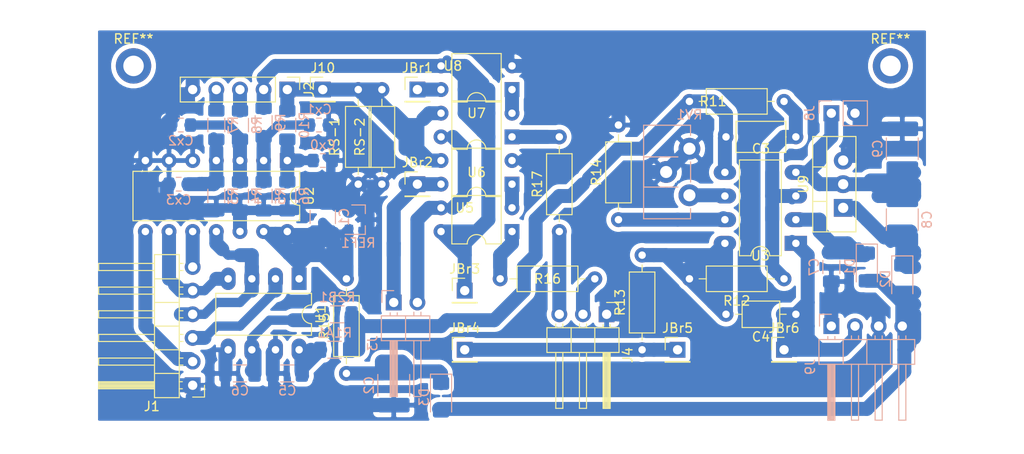
<source format=kicad_pcb>
(kicad_pcb (version 20211014) (generator pcbnew)
  (layers (0 "F.Cu" signal) (31 "B.Cu" signal) (34 "B.Paste" user) (35 "F.Paste" user) (36 "B.SilkS" user "B.Silkscreen") (37 "F.SilkS" user "F.Silkscreen") (38 "B.Mask" user) (39 "F.Mask" user) (44 "Edge.Cuts" user))
  (net 0 "")
  (net 1 "GND")
  (net 2 "Net-(C1-Pad1)")
  (net 3 "Net-(C3-Pad2)")
  (net 4 "Net-(C3-Pad1)")
  (net 5 "Net-(J1-Pad6)")
  (net 6 "Net-(J1-Pad5)")
  (net 7 "Net-(J1-Pad3)")
  (net 8 "Net-(J1-Pad2)")
  (net 9 "Net-(J2-Pad4)")
  (net 10 "Net-(J2-Pad3)")
  (net 11 "Net-(J4-Pad3)")
  (net 12 "Net-(J4-Pad2)")
  (net 13 "Net-(R16-Pad2)")
  (net 14 "Net-(R17-Pad2)")
  (net 15 "Net-(J1-Pad4)")
  (net 16 "Net-(C5-Pad2)")
  (net 17 "Net-(C6-Pad2)")
  (net 18 "Net-(C7-Pad1)")
  (net 19 "VSS")
  (net 20 "-5V")
  (net 21 "Net-(C8-Pad1)")
  (net 22 "Net-(Cx1-Pad2)")
  (net 23 "Net-(Cx2-Pad2)")
  (net 24 "Net-(Cx3-Pad2)")
  (net 25 "Net-(Cx0-Pad2)")
  (net 26 "Net-(J10-Pad1)")
  (net 27 "Net-(U7-Pad2)")
  (net 28 "Net-(U5-Pad2)")
  (net 29 "Net-(C4-Pad2)")
  (net 30 "Net-(J3-Pad2)")
  (net 31 "Net-(J3-Pad1)")
  (net 32 "Net-(C4-Pad1)")
  (net 33 "Net-(R14-Pad1)")
  (net 34 "Net-(C2-Pad1)")
  (net 35 "Net-(RV1-Pad3)")
  (footprint "Capacitor_THT:C_Axial_L5.1mm_D3.1mm_P7.50mm_Horizontal" (layer "F.Cu") (at 147.32 39.37 180)
    (fp_text reference "C3")
    (fp_text value "10pF")
  )
  (footprint "Connector_PinHeader_2.54mm:PinHeader_1x06_P2.54mm_Horizontal" (layer "F.Cu") (at 82.55 66.04 180)
    (fp_text reference "J1")
    (fp_text value "Conn_SPI_Gnd")
  )
  (footprint "Resistor_THT:R_Axial_DIN0207_L6.3mm_D2.5mm_P10.16mm_Horizontal" (layer "F.Cu") (at 146.05 35.56 180)
    (fp_text reference "R11")
    (fp_text value "4k")
  )
  (footprint "Resistor_THT:R_Axial_DIN0207_L6.3mm_D2.5mm_P10.16mm_Horizontal" (layer "F.Cu") (at 102.87 44.45 90)
    (fp_text reference "RS-2")
    (fp_text value "100")
  )
  (footprint "Resistor_THT:R_Axial_DIN0207_L6.3mm_D2.5mm_P10.16mm_Horizontal" (layer "F.Cu") (at 125.73 54.61 180)
    (fp_text reference "R16")
    (fp_text value "680")
  )
  (footprint "Resistor_THT:R_Axial_DIN0207_L6.3mm_D2.5mm_P10.16mm_Horizontal" (layer "F.Cu") (at 99.06 64.77 90)
    (fp_text reference "R15")
    (fp_text value "2.7k")
  )
  (footprint "Package_DIP:DIP-14_W7.62mm" (layer "F.Cu") (at 92.71 41.91 -90)
    (fp_text reference "U2")
    (fp_text value "MCP3204")
  )
  (footprint "Package_DIP:DIP-8_W7.62mm_LongPads" (layer "F.Cu") (at 147.32 50.8 180)
    (fp_text reference "U3")
    (fp_text value "TCA0372")
  )
  (footprint "Package_DIP:DIP-4_W7.62mm" (layer "F.Cu") (at 116.84 44.45 180)
    (fp_text reference "U6")
    (fp_text value "TLP222A")
  )
  (footprint "Package_DIP:DIP-4_W7.62mm" (layer "F.Cu") (at 116.84 49.53 180)
    (fp_text reference "U5")
    (fp_text value "TLP222A")
  )
  (footprint "Package_DIP:DIP-8_W7.62mm_LongPads" (layer "F.Cu") (at 93.98 54.61 -90)
    (fp_text reference "U1")
    (fp_text value "MCP4822")
  )
  (footprint "Connector_PinHeader_2.54mm:PinHeader_1x05_P2.54mm_Vertical" (layer "F.Cu") (at 92.71 34.29 -90)
    (fp_text reference "J2")
    (fp_text value "Conn_ADC_0_3_Gnd")
  )
  (footprint "Resistor_THT:R_Axial_DIN0207_L6.3mm_D2.5mm_P10.16mm_Horizontal" (layer "F.Cu") (at 128.27 48.26 90)
    (fp_text reference "R14")
    (fp_text value "10k")
  )
  (footprint "Resistor_THT:R_Axial_DIN0207_L6.3mm_D2.5mm_P10.16mm_Horizontal" (layer "F.Cu") (at 100.33 44.45 90)
    (fp_text reference "RS-1")
    (fp_text value "100")
  )
  (footprint "Package_TO_SOT_THT:TO-220-3_Vertical" (layer "F.Cu") (at 152.4 46.99 90)
    (fp_text reference "U9")
    (fp_text value "LMO78_05-0.5")
  )
  (footprint "Resistor_THT:R_Axial_DIN0207_L6.3mm_D2.5mm_P10.16mm_Horizontal" (layer "F.Cu") (at 146.05 54.61 180)
    (fp_text reference "R12")
    (fp_text value "10k")
  )
  (footprint "Connector_PinHeader_2.54mm:PinHeader_1x01_P2.54mm_Vertical" (layer "F.Cu") (at 96.52 34.29)
    (fp_text reference "J10")
    (fp_text value "ADC0")
  )
  (footprint "Resistor_THT:R_Axial_DIN0207_L6.3mm_D2.5mm_P10.16mm_Horizontal" (layer "F.Cu") (at 121.92 49.53 90)
    (fp_text reference "R17")
    (fp_text value "680")
  )
  (footprint "Package_DIP:DIP-4_W7.62mm" (layer "F.Cu") (at 116.84 39.37 180)
    (fp_text reference "U7")
    (fp_text value "TLP222A")
  )
  (footprint "Package_DIP:DIP-4_W7.62mm" (layer "F.Cu") (at 116.84 34.29 180)
    (fp_text reference "U8")
    (fp_text value "TLP222A")
  )
  (footprint "Capacitor_THT:C_Axial_L3.8mm_D2.6mm_P7.50mm_Horizontal" (layer "F.Cu") (at 147.32 58.42 180)
    (fp_text reference "C4")
    (fp_text value "10pF")
  )
  (footprint "Connector_PinHeader_2.54mm:PinHeader_1x03_P2.54mm_Horizontal" (layer "F.Cu") (at 127 58.42 -90)
    (fp_text reference "J4")
    (fp_text value "Switch_N_P_Gnd")
  )
  (footprint "Resistor_THT:R_Axial_DIN0207_L6.3mm_D2.5mm_P10.16mm_Horizontal" (layer "F.Cu") (at 130.81 62.23 90)
    (fp_text reference "R13")
    (fp_text value "50k")
  )
  (footprint "Connector_PinHeader_2.54mm:PinHeader_1x01_P2.54mm_Vertical" (layer "F.Cu") (at 106.68 34.29)
    (fp_text reference "JBr1")
    (fp_text value "U8_4")
  )
  (footprint "Connector_PinHeader_2.54mm:PinHeader_1x01_P2.54mm_Vertical" (layer "F.Cu") (at 106.68 44.45)
    (fp_text reference "JBr2")
    (fp_text value "U6_4")
  )
  (footprint "Connector_PinHeader_2.54mm:PinHeader_1x01_P2.54mm_Vertical" (layer "F.Cu") (at 111.76 55.88)
    (fp_text reference "JBr3")
    (fp_text value "U5_4")
  )
  (footprint "Connector_PinHeader_2.54mm:PinHeader_1x01_P2.54mm_Vertical" (layer "F.Cu") (at 111.76 62.23)
    (fp_text reference "JBr4")
    (fp_text value "OutA")
  )
  (footprint "Connector_PinHeader_2.54mm:PinHeader_1x01_P2.54mm_Vertical" (layer "F.Cu") (at 134.62 62.23)
    (fp_text reference "JBr5")
    (fp_text value "OutA")
  )
  (footprint "Connector_PinHeader_2.54mm:PinHeader_1x01_P2.54mm_Vertical" (layer "F.Cu") (at 146.05 62.23)
    (fp_text reference "JBr6")
    (fp_text value "OutA")
  )
  (footprint "MountingHole:MountingHole_2.2mm_M2_DIN965_Pad" (layer "F.Cu") (at 76.2 31.75)
    (fp_text reference "REF**")
    (fp_text value "MountingHole_2.2mm_M2_DIN965_Pad")
  )
  (footprint "MountingHole:MountingHole_2.2mm_M2_DIN965_Pad" (layer "F.Cu") (at 157.48 31.75)
    (fp_text reference "REF**")
    (fp_text value "MountingHole_2.2mm_M2_DIN965_Pad")
  )
  (footprint "Capacitor_SMD:C_1210_3225Metric_Pad1.33x2.70mm_HandSolder" (layer "B.Cu") (at 96.52 47.9675 90)
    (fp_text reference "C1")
    (fp_text value "10uF")
  )
  (footprint "Capacitor_SMD:C_1812_4532Metric_Pad1.57x3.40mm_HandSolder" (layer "B.Cu") (at 104.14 66.04 -90)
    (fp_text reference "C2")
    (fp_text value "10uF")
  )
  (footprint "Resistor_SMD:R_1206_3216Metric_Pad1.30x1.75mm_HandSolder" (layer "B.Cu") (at 85.09 45.72 90)
    (fp_text reference "R3")
    (fp_text value "10k")
  )
  (footprint "Resistor_SMD:R_1206_3216Metric_Pad1.30x1.75mm_HandSolder" (layer "B.Cu") (at 87.63 45.72 90)
    (fp_text reference "R4")
    (fp_text value "10k")
  )
  (footprint "Resistor_SMD:R_1206_3216Metric_Pad1.30x1.75mm_HandSolder" (layer "B.Cu") (at 90.17 45.72 90)
    (fp_text reference "R5")
    (fp_text value "10k")
  )
  (footprint "Resistor_SMD:R_1206_3216Metric_Pad1.30x1.75mm_HandSolder" (layer "B.Cu") (at 92.71 45.72 90)
    (fp_text reference "R6")
    (fp_text value "10k")
  )
  (footprint "Resistor_SMD:R_1206_3216Metric_Pad1.30x1.75mm_HandSolder" (layer "B.Cu") (at 85.09 38.1 90)
    (fp_text reference "R7")
    (fp_text value "10k")
  )
  (footprint "Resistor_SMD:R_1206_3216Metric_Pad1.30x1.75mm_HandSolder" (layer "B.Cu") (at 87.63 38.1 90)
    (fp_text reference "R8")
    (fp_text value "20k")
  )
  (footprint "Resistor_SMD:R_1206_3216Metric_Pad1.30x1.75mm_HandSolder" (layer "B.Cu") (at 90.17 37.82 90)
    (fp_text reference "R9")
    (fp_text value "20k")
  )
  (footprint "Resistor_SMD:R_1206_3216Metric_Pad1.30x1.75mm_HandSolder" (layer "B.Cu") (at 92.71 38.1 90)
    (fp_text reference "R10")
    (fp_text value "10k")
  )
  (footprint "Package_TO_SOT_SMD:SOT-23" (layer "B.Cu") (at 100.33 48.26)
    (fp_text reference "REF1")
    (fp_text value "ZRB500_5")
  )
  (footprint "Capacitor_SMD:C_1206_3216Metric_Pad1.33x1.80mm_HandSolder" (layer "B.Cu") (at 92.71 64.77)
    (fp_text reference "C5")
    (fp_text value "10nF")
  )
  (footprint "Capacitor_SMD:C_1206_3216Metric_Pad1.33x1.80mm_HandSolder" (layer "B.Cu") (at 87.63 64.77)
    (fp_text reference "C6")
    (fp_text value "10nF")
  )
  (footprint "Capacitor_SMD:C_1206_3216Metric_Pad1.33x1.80mm_HandSolder" (layer "B.Cu") (at 151.13 53.34 -90)
    (fp_text reference "C7")
    (fp_text value "10uF")
  )
  (footprint "Diode_SMD:D_1206_3216Metric_Pad1.42x1.75mm_HandSolder" (layer "B.Cu") (at 154.94 53.34 -90)
    (fp_text reference "D1")
    (fp_text value "Shottky")
  )
  (footprint "Connector_PinHeader_2.54mm:PinHeader_1x02_P2.54mm_Horizontal" (layer "B.Cu") (at 104.14 57.15 -90)
    (fp_text reference "J3")
    (fp_text value "Conn_C_E")
  )
  (footprint "Connector_PinHeader_2.54mm:PinHeader_1x02_P2.54mm_Vertical" (layer "B.Cu") (at 151.13 36.83 -90)
    (fp_text reference "J8")
    (fp_text value "Conn_Gnd-5V")
  )
  (footprint "Diode_SMD:D_1206_3216Metric_Pad1.42x1.75mm_HandSolder" (layer "B.Cu") (at 158.75 54.61 -90)
    (fp_text reference "D2")
    (fp_text value "Shottky")
  )
  (footprint "Capacitor_SMD:C_0805_2012Metric_Pad1.18x1.45mm_HandSolder" (layer "B.Cu") (at 81.0475 44.45)
    (fp_text reference "Cx3")
    (fp_text value "10nF")
  )
  (footprint "Capacitor_SMD:C_0805_2012Metric_Pad1.18x1.45mm_HandSolder" (layer "B.Cu") (at 81.28 38.1)
    (fp_text reference "Cx2")
    (fp_text value "10nF")
  )
  (footprint "Capacitor_SMD:C_0805_2012Metric_Pad1.18x1.45mm_HandSolder" (layer "B.Cu") (at 96.52 41.91 180)
    (fp_text reference "Cx0")
    (fp_text value "10nF")
  )
  (footprint "Capacitor_SMD:C_0805_2012Metric_Pad1.18x1.45mm_HandSolder" (layer "B.Cu") (at 96.1125 38.1 180)
    (fp_text reference "Cx1")
    (fp_text value "10nF")
  )
  (footprint "Capacitor_SMD:C_1812_4532Metric_Pad1.57x3.40mm_HandSolder" (layer "B.Cu") (at 158.75 48.26 90)
    (fp_text reference "C8")
    (fp_text value "20uF")
  )
  (footprint "Capacitor_SMD:C_1812_4532Metric_Pad1.57x3.40mm_HandSolder" (layer "B.Cu") (at 158.75 40.64 -90)
    (fp_text reference "C9")
    (fp_text value "20uF")
  )
  (footprint "Resistor_SMD:R_1206_3216Metric_Pad1.30x1.75mm_HandSolder" (layer "B.Cu") (at 97.79 62.23 180)
    (fp_text reference "R1A1")
    (fp_text value "20k")
  )
  (footprint "Resistor_SMD:R_1206_3216Metric_Pad1.30x1.75mm_HandSolder" (layer "B.Cu") (at 98.07 58.42 180)
    (fp_text reference "R2B1")
    (fp_text value "2k")
  )
  (footprint "Connector_PinHeader_2.54mm:PinHeader_1x04_P2.54mm_Horizontal" (layer "B.Cu") (at 151.13 59.69 -90)
    (fp_text reference "J9")
    (fp_text value "Conn_Gnd_OutA_Gnd_15V")
  )
  (footprint "Diode_SMD:D_1206_3216Metric_Pad1.42x1.75mm_HandSolder" (layer "B.Cu") (at 109.22 67.31 -90)
    (fp_text reference "D3")
    (fp_text value "Shottky")
  )
  (footprint "Potentiometer_THT:Potentiometer_ACP_CA9-H2,5_Horizontal" (layer "B.Cu") (at 135.89 40.64 180)
    (fp_text reference "RV1")
    (fp_text value "1k")
  )
  (segment (start 77.47 41.91) (end 77.47 41.0475) (width 1) (layer "B.Cu") (net 1))
  (segment (start 153.67 36.83) (end 153.67 34.29) (width 1.5) (layer "B.Cu") (net 1))
  (segment (start 128.27 53.34) (end 130.81 55.88) (width 1.5) (layer "B.Cu") (net 1))
  (segment (start 153.805823 64.77) (end 153.67 64.77) (width 1.5) (layer "B.Cu") (net 1))
  (segment (start 133.39 43.14) (end 135.89 40.64) (width 1.5) (layer "B.Cu") (net 1))
  (segment (start 82.55 67.31) (end 83.82 67.31) (width 1) (layer "B.Cu") (net 1))
  (segment (start 127 58.42) (end 127 57.15) (width 1.5) (layer "B.Cu") (net 1))
  (segment (start 155.3425 38.5025) (end 153.67 36.83) (width 1.5) (layer "B.Cu") (net 1))
  (segment (start 75.21 45.44) (end 76.2 44.45) (width 1.5) (layer "B.Cu") (net 1))
  (segment (start 101.33 47.26) (end 101.33 45.99) (width 1) (layer "B.Cu") (net 1))
  (segment (start 152.4 66.04) (end 148.59 66.04) (width 1.5) (layer "B.Cu") (net 1))
  (segment (start 91.1475 64.77) (end 91.1475 65.7475) (width 1) (layer "B.Cu") (net 1))
  (segment (start 104.14 68.1775) (end 98.6575 68.1775) (width 1.5) (layer "B.Cu") (net 1))
  (segment (start 97.3825 41.91) (end 97.3825 43.5875) (width 1) (layer "B.Cu") (net 1))
  (segment (start 100.83 47.76) (end 101.33 48.26) (width 1) (layer "B.Cu") (net 1))
  (segment (start 128.27 58.42) (end 130.81 58.42) (width 1.5) (layer "B.Cu") (net 1))
  (segment (start 96.52 67.31) (end 97.79 67.31) (width 1) (layer "B.Cu") (net 1))
  (segment (start 91.1475 65.7475) (end 91.1475 66.3325) (width 1) (layer "B.Cu") (net 1))
  (segment (start 158.75 38.5025) (end 156.21 38.5025) (width 1.5) (layer "B.Cu") (net 1))
  (segment (start 151.13 59.69) (end 151.13 57.15) (width 1.5) (layer "B.Cu") (net 1))
  (segment (start 128.27 55.88) (end 128.27 54.61) (width 1.5) (layer "B.Cu") (net 1))
  (segment (start 80.01 66.04) (end 82.55 66.04) (width 1.5) (layer "B.Cu") (net 1))
  (segment (start 97.3825 43.5875) (end 96.43 44.54) (width 1) (layer "B.Cu") (net 1))
  (segment (start 156.21 62.365823) (end 153.805823 64.77) (width 1.5) (layer "B.Cu") (net 1))
  (segment (start 82.55 34.29) (end 82.55 31.75) (width 1.5) (layer "B.Cu") (net 1))
  (segment (start 156.21 60.96) (end 156.21 59.69) (width 1) (layer "B.Cu") (net 1))
  (segment (start 142.24 31.75) (end 148.59 31.75) (width 1) (layer "B.Cu") (net 1))
  (segment (start 127 31.75) (end 149.86 31.75) (width 1.5) (layer "B.Cu") (net 1))
  (segment (start 96.43 44.54) (end 95.16 44.54) (width 1) (layer "B.Cu") (net 1))
  (segment (start 92.71 67.31) (end 91.44 67.31) (width 1) (layer "B.Cu") (net 1))
  (segment (start 125.73 46.99) (end 129.58 43.14) (width 1.5) (layer "B.Cu") (net 1))
  (segment (start 77.47 40.185) (end 80.4175 37.2375) (width 1.5) (layer "B.Cu") (net 1))
  (segment (start 142.24 66.04) (end 142.24 63.5) (width 1.5) (layer "B.Cu") (net 1))
  (segment (start 80.01 46.99) (end 87.63 46.99) (width 1) (layer "B.Cu") (net 1))
  (segment (start 101.33 48.26) (end 101.33 53.07) (width 1.5) (layer "B.Cu") (net 1))
  (segment (start 118.11 41.91) (end 123.19 41.91) (width 1.5) (layer "B.Cu") (net 1))
  (segment (start 153.67 34.29) (end 151.13 31.75) (width 1.5) (layer "B.Cu") (net 1))
  (segment (start 130.81 58.42) (end 129.54 57.15) (width 1.5) (layer "B.Cu") (net 1))
  (segment (start 79.73 44.73) (end 80.01 44.45) (width 1.5) (layer "B.Cu") (net 1))
  (segment (start 76.2 46.99) (end 74.93 46.99) (width 1) (layer "B.Cu") (net 1))
  (segment (start 128.27 55.88) (end 130.81 55.88) (width 1.5) (layer "B.Cu") (net 1))
  (segment (start 133.35 55.88) (end 135.89 58.42) (width 1.5) (layer "B.Cu") (net 1))
  (segment (start 128.27 58.42) (end 128.27 55.88) (width 1.5) (layer "B.Cu") (net 1))
  (segment (start 127 31.75) (end 116.84 31.75) (width 1.5) (layer "B.Cu") (net 1))
  (segment (start 126.365 38.735) (end 127 38.1) (width 1.5) (layer "B.Cu") (net 1))
  (segment (start 97.74 46.355) (end 98.0825 46.6975) (width 1.5) (layer "B.Cu") (net 1))
  (segment (start 96.52 45.4275) (end 99.3075 45.4275) (width 1.5) (layer "B.Cu") (net 1))
  (segment (start 83.82 67.31) (end 86.36 67.31) (width 1) (layer "B.Cu") (net 1))
  (segment (start 91.1475 64.77) (end 91.1475 62.5225) (width 1.5) (layer "B.Cu") (net 1))
  (segment (start 130.81 55.88) (end 133.35 55.88) (width 1.5) (layer "B.Cu") (net 1))
  (segment (start 99.33 47.31) (end 99.33 45.45) (width 1.5) (layer "B.Cu") (net 1))
  (segment (start 91.1475 66.3325) (end 90.17 67.31) (width 1) (layer "B.Cu") (net 1))
  (segment (start 86.36 67.31) (end 90.17 67.31) (width 1) (layer "B.Cu") (net 1))
  (segment (start 156.21 60.96) (end 156.21 62.365823) (width 1.5) (layer "B.Cu") (net 1))
  (segment (start 156.21 58.42) (end 156.21 59.69) (width 1.5) (layer "B.Cu") (net 1))
  (segment (start 76.2 46.99) (end 80.01 46.99) (width 1) (layer "B.Cu") (net 1))
  (segment (start 128.27 35.56) (end 128.27 31.75) (width 1.5) (layer "B.Cu") (net 1))
  (segment (start 75.21 61.24) (end 75.565 61.595) (width 1.5) (layer "B.Cu") (net 1))
  (segment (start 93.7 47.27) (end 94.615 46.355) (width 1) (layer "B.Cu") (net 1))
  (segment (start 98.6575 68.1775) (end 97.79 67.31) (width 1.5) (layer "B.Cu") (net 1))
  (segment (start 127 38.1) (end 128.27 38.1) (width 1.5) (layer "B.Cu") (net 1))
  (segment (start 76.2 46.99) (end 76.2 44.45) (width 1) (layer "B.Cu") (net 1))
  (segment (start 90.17 67.31) (end 91.44 67.31) (width 1) (layer "B.Cu") (net 1))
  (segment (start 148.59 31.75) (end 149.86 31.75) (width 1) (layer "B.Cu") (net 1))
  (segment (start 93.98 67.31) (end 92.71 67.31) (width 1) (layer "B.Cu") (net 1))
  (segment (start 97.79 38.1) (end 97.79 41.5025) (width 1) (layer "B.Cu") (net 1))
  (segment (start 74.93 60.96) (end 80.01 66.04) (width 1.5) (layer "B.Cu") (net 1))
  (segment (start 86.0675 62.5225) (end 86.36 62.23) (width 1.5) (layer "B.Cu") (net 1))
  (segment (start 87.63 47.27) (end 92.71 47.27) (width 1) (layer "B.Cu") (net 1))
  (segment (start 76.2 43.18) (end 77.47 41.91) (width 1) (layer "B.Cu") (net 1))
  (segment (start 82.55 67.31) (end 83.82 68.58) (width 1.5) (layer "B.Cu") (net 1))
  (segment (start 148.59 66.04) (end 142.24 66.04) (width 1.5) (layer "B.Cu") (net 1))
  (segment (start 129.54 58.42) (end 128.27 58.42) (width 1.5) (layer "B.Cu") (net 1))
  (segment (start 116.84 31.75) (end 123.19 31.75) (width 1) (layer "B.Cu") (net 1))
  (segment (start 135.89 58.42) (end 137.16 59.69) (width 1.5) (layer "B.Cu") (net 1))
  (segment (start 76.2 44.45) (end 76.2 43.18) (width 1) (layer "B.Cu") (net 1))
  (segment (start 125.73 50.8) (end 125.73 46.99) (width 1.5) (layer "B.Cu") (net 1))
  (segment (start 149.86 31.75) (end 154.94 36.83) (width 1) (layer "B.Cu") (net 1))
  (segment (start 80.01 44.45) (end 80.01 46.99) (width 1) (layer "B.Cu") (net 1))
  (segment (start 134.62 66.04) (end 111.76 66.04) (width 1.5) (layer "B.Cu") (net 1))
  (segment (start 86.0675 67.0175) (end 86.36 67.31) (width 1) (layer "B.Cu") (net 1))
  (segment (start 91.1475 66.3325) (end 91.1475 64.77) (width 1) (layer "B.Cu") (net 1))
  (segment (start 153.67 64.77) (end 152.4 66.04) (width 1.5) (layer "B.Cu") (net 1))
  (segment (start 80.4175 38.1) (end 80.4175 37.2375) (width 1) (layer "B.Cu") (net 1))
  (segment (start 92.71 47.27) (end 93.7 47.27) (width 1) (layer "B.Cu") (net 1))
  (segment (start 83.82 67.31) (end 97.79 67.31) (width 1.5) (layer "B.Cu") (net 1))
  (segment (start 75.21 47.27) (end 74.93 46.99) (width 1.5) (layer "B.Cu") (net 1))
  (segment (start 130.81 57.15) (end 128.27 54.61) (width 1.5) (layer "B.Cu") (net 1))
  (segment (start 132.08 57.15) (end 130.81 57.15) (width 1.5) (layer "B.Cu") (net 1))
  (segment (start 100.0375 46.6975) (end 100.0375 44.7425) (width 1) (layer "B.Cu") (net 1))
  (segment (start 100.33 46.405) (end 100.0375 46.6975) (width 1) (layer "B.Cu") (net 1))
  (segment (start 153.46875 35.76125) (end 155.37375 37.66625) (width 1.5) (layer "B.Cu") (net 1))
  (segment (start 142.24 59.69) (end 142.24 63.5) (width 1.5) (layer "B.Cu") (net 1))
  (segment (start 96.975 38.1) (end 97.79 38.1) (width 1) (layer "B.Cu") (net 1))
  (segment (start 97.79 41.5025) (end 97.3825 41.91) (width 1) (layer "B.Cu") (net 1))
  (segment (start 124.46 40.64) (end 125.73 39.37) (width 1.5) (layer "B.Cu") (net 1))
  (segment (start 80.4175 37.2375) (end 80.4175 36.4225) (width 1.5) (layer "B.Cu") (net 1))
  (segment (start 86.0675 64.77) (end 86.0675 67.0175) (width 1) (layer "B.Cu") (net 1))
  (segment (start 128.27 38.1) (end 128.27 35.56) (width 1.5) (layer "B.Cu") (net 1))
  (segment (start 99.3525 46.6975) (end 100.0375 46.6975) (width 1) (layer "B.Cu") (net 1))
  (segment (start 74.93 60.96) (end 75.565 61.595) (width 1) (layer "B.Cu") (net 1))
  (segment (start 77.47 41.0475) (end 80.4175 38.1) (width 1) (layer "B.Cu") (net 1))
  (segment (start 152.19875 32.81875) (end 151.765 32.385) (width 1.5) (layer "B.Cu") (net 1))
  (segment (start 86.36 46.99) (end 87.63 46.99) (width 1) (layer "B.Cu") (net 1))
  (segment (start 100.0375 44.7425) (end 100.33 44.45) (width 1) (layer "B.Cu") (net 1))
  (segment (start 74.93 46.99) (end 74.93 60.96) (width 1) (layer "B.Cu") (net 1))
  (segment (start 101.33 45.99) (end 101.33 48.26) (width 1.5) (layer "B.Cu") (net 1))
  (segment (start 99.7675 46.6975) (end 100.83 47.76) (width 1) (layer "B.Cu") (net 1))
  (segment (start 116.84 41.91) (end 118.11 41.91) (width 1) (layer "B.Cu") (net 1))
  (segment (start 139.7 62.23) (end 139.7 66.04) (width 1.5) (layer "B.Cu") (net 1))
  (segment (start 130.81 58.42) (end 132.08 58.42) (width 1.5) (layer "B.Cu") (net 1))
  (segment (start 95.5425 45.4275) (end 96.52 45.4275) (width 1) (layer "B.Cu") (net 1))
  (segment (start 91.1475 65.7475) (end 92.71 67.31) (width 1) (layer "B.Cu") (net 1))
  (segment (start 142.24 45.72) (end 142.24 59.69) (width 1.5) (layer "B.Cu") (net 1))
  (segment (start 134.62 31.75) (end 142.24 31.75) (width 1) (layer "B.Cu") (net 1))
  (segment (start 155.37375 37.734169) (end 155.37375 37.66625) (width 1.5) (layer "B.Cu") (net 1))
  (segment (start 101.33 46.72) (end 101.3075 46.6975) (width 1) (layer "B.Cu") (net 1))
  (segment (start 93.98 67.31) (end 95.25 67.31) (width 1) (layer "B.Cu") (net 1))
  (segment (start 114.3 29.21) (end 116.84 31.75) (width 1.5) (layer "B.Cu") (net 1))
  (segment (start 151.13 57.15) (end 151.13 54.9025) (width 1.5) (layer "B.Cu") (net 1))
  (segment (start 151.13 57.15) (end 154.94 57.15) (width 1.5) (layer "B.Cu") (net 1))
  (segment (start 80.4175 36.4225) (end 82.55 34.29) (width 1.5) (layer "B.Cu") (net 1))
  (segment (start 99.3075 45.4275) (end 99.33 45.45) (width 1.5) (layer "B.Cu") (net 1))
  (segment (start 99.33 45.45) (end 100.33 44.45) (width 1.5) (layer "B.Cu") (net 1))
  (segment (start 97.79 67.31) (end 99.06 68.58) (width 1) (layer "B.Cu") (net 1))
  (segment (start 82.55 66.04) (end 82.55 67.31) (width 1) (layer "B.Cu") (net 1))
  (segment (start 127 58.42) (end 128.27 58.42) (width 1.5) (layer "B.Cu") (net 1))
  (segment (start 100.33 44.45) (end 102.87 44.45) (width 1) (layer "B.Cu") (net 1))
  (segment (start 93.98 67.31) (end 94.785 67.31) (width 1) (layer "B.Cu") (net 1))
  (segment (start 158.75 38.5025) (end 155.3425 38.5025) (width 1.5) (layer "B.Cu") (net 1))
  (segment (start 133.35 58.42) (end 135.89 58.42) (width 1.5) (layer "B.Cu") (net 1))
  (segment (start 79.73 47.27) (end 75.21 47.27) (width 1.5) (layer "B.Cu") (net 1))
  (segment (start 80.4175 38.1) (end 80.01 38.1) (width 1) (layer "B.Cu") (net 1))
  (segment (start 101.33 48.26) (end 101.33 47.26) (width 1) (layer "B.Cu") (net 1))
  (segment (start 96.52 67.31) (end 93.98 67.31) (width 1) (layer "B.Cu") (net 1))
  (segment (start 129.54 58.42) (end 133.35 58.42) (width 1.5) (layer "B.Cu") (net 1))
  (segment (start 99.3525 46.6975) (end 99.7675 46.6975) (width 1) (layer "B.Cu") (net 1))
  (segment (start 77.47 41.91) (end 77.47 40.185) (width 1.5) (layer "B.Cu") (net 1))
  (segment (start 94.615 46.355) (end 95.5425 45.4275) (width 1) (layer "B.Cu") (net 1))
  (segment (start 152.4 41.91) (end 154.94 39.37) (width 1.5) (layer "B.Cu") (net 1))
  (segment (start 75.21 47.27) (end 75.21 61.24) (width 1.5) (layer "B.Cu") (net 1))
  (segment (start 86.0675 64.77) (end 86.0675 62.5225) (width 1.5) (layer "B.Cu") (net 1))
  (segment (start 128.27 53.34) (end 125.73 50.8) (width 1.5) (layer "B.Cu") (net 1))
  (segment (start 85.09 47.27) (end 79.73 47.27) (width 1.5) (layer "B.Cu") (net 1))
  (segment (start 96.52 46.6975) (end 98.0825 46.6975) (width 1) (layer "B.Cu") (net 1))
  (segment (start 142.24 34.29) (end 142.24 45.72) (width 1.5) (layer "B.Cu") (net 1))
  (segment (start 96.975 41.5025) (end 97.3825 41.91) (width 1) (layer "B.Cu") (net 1))
  (segment (start 79.73 47.27) (end 79.73 44.73) (width 1.5) (layer "B.Cu") (net 1))
  (segment (start 128.27 55.88) (end 128.27 53.34) (width 1.5) (layer "B.Cu") (net 1))
  (segment (start 102.87 44.45) (end 101.33 45.99) (width 1.5) (layer "B.Cu") (net 1))
  (segment (start 128.27 31.75) (end 127 31.75) (width 1.5) (layer "B.Cu") (net 1))
  (segment (start 98.0825 46.6975) (end 99.3525 46.6975) (width 1) (layer "B.Cu") (net 1))
  (segment (start 137.16 66.04) (end 134.62 66.04) (width 1.5) (layer "B.Cu") (net 1))
  (segment (start 154.94 57.15) (end 156.21 58.42) (width 1.5) (layer "B.Cu") (net 1))
  (segment (start 125.73 39.37) (end 126.365 38.735) (width 1.5) (layer "B.Cu") (net 1))
  (segment (start 155.37375 37.66625) (end 155.8075 38.1) (width 1.5) (layer "B.Cu") (net 1))
  (segment (start 94.615 46.355) (end 97.74 46.355) (width 1.5) (layer "B.Cu") (net 1))
  (segment (start 123.19 41.91) (end 124.46 40.64) (width 1.5) (layer "B.Cu") (net 1))
  (segment (start 139.7 66.04) (end 137.16 66.04) (width 1.5) (layer "B.Cu") (net 1))
  (segment (start 137.16 59.69) (end 139.7 62.23) (width 1.5) (layer "B.Cu") (net 1))
  (segment (start 142.24 66.04) (end 139.7 66.04) (width 1.5) (layer "B.Cu") (net 1))
  (segment (start 142.24 34.29) (end 142.24 31.75) (width 1.5) (layer "B.Cu") (net 1))
  (segment (start 133.35 58.42) (end 133.35 57.15) (width 1.5) (layer "B.Cu") (net 1))
  (segment (start 87.63 49.53) (end 87.63 47.27) (width 1.5) (layer "B.Cu") (net 1))
  (segment (start 151.765 32.385) (end 151.13 31.75) (width 1.5) (layer "B.Cu") (net 1))
  (segment (start 127 57.15) (end 128.27 55.88) (width 1.5) (layer "B.Cu") (net 1))
  (segment (start 75.21 47.27) (end 75.21 45.44) (width 1.5) (layer "B.Cu") (net 1))
  (segment (start 82.55 31.75) (end 85.09 29.21) (width 1.5) (layer "B.Cu") (net 1))
  (segment (start 85.09 29.21) (end 114.3 29.21) (width 1.5) (layer "B.Cu") (net 1))
  (segment (start 129.58 43.14) (end 133.39 43.14) (width 1.5) (layer "B.Cu") (net 1))
  (segment (start 151.13 31.75) (end 148.59 31.75) (width 1.5) (layer "B.Cu") (net 1))
  (segment (start 91.1475 62.5225) (end 91.44 62.23) (width 1.5) (layer "B.Cu") (net 1))
  (segment (start 83.82 68.58) (end 99.06 68.58) (width 1.5) (layer "B.Cu") (net 1))
  (segment (start 101.33 47.26) (end 101.33 46.72) (width 1) (layer "B.Cu") (net 1))
  (segment (start 156.21 38.5025) (end 155.8075 38.1) (width 1.5) (layer "B.Cu") (net 1))
  (segment (start 75.565 61.595) (end 80.01 66.04) (width 1) (layer "B.Cu") (net 1))
  (segment (start 97.4975 49.8225) (end 97.4975 49.53) (width 1) (layer "B.Cu") (net 2))
  (segment (start 99.06 54.61) (end 99.06 53.34) (width 1.5) (layer "B.Cu") (net 2))
  (segment (start 97.4975 49.8225) (end 97.79 49.53) (width 1) (layer "B.Cu") (net 2))
  (segment (start 92.71 52.07) (end 90.17 49.53) (width 1) (layer "B.Cu") (net 2))
  (segment (start 92.71 52.07) (end 93.98 50.8) (width 1) (layer "B.Cu") (net 2))
  (segment (start 94.2725 51.0925) (end 94.2725 50.5075) (width 1) (layer "B.Cu") (net 2))
  (segment (start 93.98 53.34) (end 95.25 52.07) (width 1) (layer "B.Cu") (net 2))
  (segment (start 98.7175 49.8225) (end 99.33 49.21) (width 1) (layer "B.Cu") (net 2))
  (segment (start 99.06 54.61) (end 96.52 52.07) (width 1.5) (layer "B.Cu") (net 2))
  (segment (start 97.79 52.07) (end 97.79 50.8) (width 1.5) (layer "B.Cu") (net 2))
  (segment (start 92.71 49.53) (end 92.71 50.8) (width 1) (layer "B.Cu") (net 2))
  (segment (start 96.03125 50.31125) (end 96.52 49.8225) (width 1) (layer "B.Cu") (net 2))
  (segment (start 97.79 52.07) (end 96.52 52.07) (width 1.5) (layer "B.Cu") (net 2))
  (segment (start 92.71 50.8) (end 92.71 52.07) (width 1) (layer "B.Cu") (net 2))
  (segment (start 96.03125 50.04125) (end 95.52 49.53) (width 1) (layer "B.Cu") (net 2))
  (segment (start 97.79 50.8) (end 97.4975 50.8) (width 1.5) (layer "B.Cu") (net 2))
  (segment (start 90.17 49.53) (end 92.71 49.53) (width 1) (layer "B.Cu") (net 2))
  (segment (start 91.44 49.53) (end 92.075 50.165) (width 1) (layer "B.Cu") (net 2))
  (segment (start 96.03125 50.31125) (end 96.03125 50.04125) (width 1) (layer "B.Cu") (net 2))
  (segment (start 94.2725 50.5075) (end 95.25 49.53) (width 1) (layer "B.Cu") (net 2))
  (segment (start 94.2725 50.5075) (end 94.9575 50.5075) (width 1) (layer "B.Cu") (net 2))
  (segment (start 95.25 52.07) (end 96.52 50.8) (width 1) (layer "B.Cu") (net 2))
  (segment (start 93.98 54.61) (end 93.98 53.34) (width 1) (layer "B.Cu") (net 2))
  (segment (start 99.06 53.34) (end 97.79 52.07) (width 1.5) (layer "B.Cu") (net 2))
  (segment (start 94.76125 51.58125) (end 95.39625 50.94625) (width 1) (layer "B.Cu") (net 2))
  (segment (start 92.71 50.8) (end 92.075 50.165) (width 1) (layer "B.Cu") (net 2))
  (segment (start 96.52 50.8) (end 96.03125 50.31125) (width 1) (layer "B.Cu") (net 2))
  (segment (start 96.52 49.8225) (end 98.7175 49.8225) (width 1) (layer "B.Cu") (net 2))
  (segment (start 99.06 50.8) (end 99.06 54.61) (width 1.5) (layer "B.Cu") (net 2))
  (segment (start 97.4975 50.8) (end 96.52 49.8225) (width 1.5) (layer "B.Cu") (net 2))
  (segment (start 94.2725 52.07) (end 94.2725 51.0925) (width 1) (layer "B.Cu") (net 2))
  (segment (start 94.2725 51.0925) (end 93.98 50.8) (width 1) (layer "B.Cu") (net 2))
  (segment (start 95.39625 50.94625) (end 96.03125 50.31125) (width 1) (layer "B.Cu") (net 2))
  (segment (start 95.25 49.53) (end 95.52 49.53) (width 0.75) (layer "B.Cu") (net 2))
  (segment (start 92.71 52.07) (end 93.98 53.34) (width 1) (layer "B.Cu") (net 2))
  (segment (start 98.0825 49.8225) (end 96.52 49.8225) (width 1) (layer "B.Cu") (net 2))
  (segment (start 92.71 52.07) (end 93.295 52.07) (width 1) (layer "B.Cu") (net 2))
  (segment (start 93.345 50.165) (end 92.71 49.53) (width 1) (layer "B.Cu") (net 2))
  (segment (start 93.295 52.07) (end 94.2725 51.0925) (width 1) (layer "B.Cu") (net 2))
  (segment (start 96.52 52.07) (end 95.25 52.07) (width 1.5) (layer "B.Cu") (net 2))
  (segment (start 94.2725 51.0925) (end 93.345 50.165) (width 1) (layer "B.Cu") (net 2))
  (segment (start 97.4975 49.53) (end 96.52 48.5525) (width 1) (layer "B.Cu") (net 2))
  (segment (start 94.2725 52.07) (end 94.76125 51.58125) (width 1) (layer "B.Cu") (net 2))
  (segment (start 92.71 49.53) (end 95.25 49.53) (width 0.75) (layer "B.Cu") (net 2))
  (segment (start 93.98 53.34) (end 93.98 52.3625) (width 1) (layer "B.Cu") (net 2))
  (segment (start 99.3525 49.8225) (end 98.7175 49.8225) (width 1) (layer "B.Cu") (net 2))
  (segment (start 93.49125 50.31125) (end 93.345 50.165) (width 1) (layer "B.Cu") (net 2))
  (segment (start 96.52 49.8225) (end 96.52 48.5525) (width 1) (layer "B.Cu") (net 2))
  (segment (start 93.98 52.3625) (end 94.2725 52.07) (width 1) (layer "B.Cu") (net 2))
  (segment (start 93.98 50.8) (end 92.71 49.53) (width 1) (layer "B.Cu") (net 2))
  (segment (start 94.9575 50.5075) (end 95.39625 50.94625) (width 1) (layer "B.Cu") (net 2))
  (segment (start 96.52 49.8225) (end 97.4975 49.8225) (width 1) (layer "B.Cu") (net 2))
  (segment (start 96.03125 50.31125) (end 93.49125 50.31125) (width 1) (layer "B.Cu") (net 2))
  (segment (start 100.33 59.69) (end 109.22 59.69) (width 1.5) (layer "B.Cu") (net 3))
  (segment (start 119.38 48.26) (end 121.92 45.72) (width 1.5) (layer "B.Cu") (net 3))
  (segment (start 100.33 59.69) (end 100.33 59.13) (width 1.5) (layer "B.Cu") (net 3))
  (segment (start 99.34 62.23) (end 99.34 58.7) (width 1) (layer "B.Cu") (net 3))
  (segment (start 100.33 59.13) (end 99.62 58.42) (width 1.5) (layer "B.Cu") (net 3))
  (segment (start 121.92 45.72) (end 123.19 45.72) (width 1.5) (layer "B.Cu") (net 3))
  (segment (start 128.27 40.64) (end 130.81 40.64) (width 1.5) (layer "B.Cu") (net 3))
  (segment (start 118.11 53.34) (end 119.38 52.07) (width 1.5) (layer "B.Cu") (net 3))
  (segment (start 139.7 43.18) (end 139.7 39.49) (width 1.5) (layer "B.Cu") (net 3))
  (segment (start 123.19 45.72) (end 124.46 44.45) (width 1.5) (layer "B.Cu") (net 3))
  (segment (start 99.34 62.23) (end 100.33 62.23) (width 1) (layer "B.Cu") (net 3))
  (segment (start 139.82 36.95) (end 138.43 35.56) (width 1.5) (layer "B.Cu") (net 3))
  (segment (start 134.62 36.83) (end 135.89 35.56) (width 1.5) (layer "B.Cu") (net 3))
  (segment (start 125.095 43.815) (end 125.73 43.18) (width 1) (layer "B.Cu") (net 3))
  (segment (start 139.82 39.37) (end 139.82 36.95) (width 1.5) (layer "B.Cu") (net 3))
  (segment (start 138.43 35.56) (end 135.89 35.56) (width 1.5) (layer "B.Cu") (net 3))
  (segment (start 139.82 39.25) (end 139.7 39.13) (width 1.5) (layer "B.Cu") (net 3))
  (segment (start 130.81 40.64) (end 134.62 36.83) (width 1.5) (layer "B.Cu") (net 3))
  (segment (start 125.095 43.815) (end 128.27 40.64) (width 1.5) (layer "B.Cu") (net 3))
  (segment (start 118.11 55.88) (end 118.11 53.34) (width 1.5) (layer "B.Cu") (net 3))
  (segment (start 139.7 39.49) (end 139.82 39.37) (width 1.5) (layer "B.Cu") (net 3))
  (segment (start 124.46 44.45) (end 125.095 43.815) (width 1) (layer "B.Cu") (net 3))
  (segment (start 99.34 58.7) (end 99.62 58.42) (width 1) (layer "B.Cu") (net 3))
  (segment (start 109.855 59.055) (end 114.935 59.055) (width 1.5) (layer "B.Cu") (net 3))
  (segment (start 114.935 59.055) (end 118.11 55.88) (width 1.5) (layer "B.Cu") (net 3))
  (segment (start 109.22 59.69) (end 109.855 59.055) (width 1.5) (layer "B.Cu") (net 3))
  (segment (start 119.38 52.07) (end 119.38 48.26) (width 1.5) (layer "B.Cu") (net 3))
  (segment (start 100.33 62.23) (end 100.33 59.69) (width 1.5) (layer "B.Cu") (net 3))
  (segment (start 144.78 45.72) (end 147.32 45.72) (width 1.5) (layer "B.Cu") (net 4))
  (segment (start 144.78 45.72) (end 144.78 40.64) (width 1.5) (layer "B.Cu") (net 4))
  (segment (start 146.05 39.37) (end 147.32 39.37) (width 1.5) (layer "B.Cu") (net 4))
  (segment (start 144.78 48.26) (end 144.78 46.99) (width 1) (layer "B.Cu") (net 4))
  (segment (start 146.9175 46.1225) (end 147.32 45.72) (width 1) (layer "B.Cu") (net 4))
  (segment (start 144.78 48.26) (end 144.78 45.72) (width 1.5) (layer "B.Cu") (net 4))
  (segment (start 144.78 40.64) (end 146.05 39.37) (width 1.5) (layer "B.Cu") (net 4))
  (segment (start 144.78 43.18) (end 144.78 46.99) (width 1) (layer "B.Cu") (net 4))
  (segment (start 147.32 36.83) (end 146.05 35.56) (width 1.5) (layer "B.Cu") (net 4))
  (segment (start 144.78 53.34) (end 144.78 46.99) (width 1.5) (layer "B.Cu") (net 4))
  (segment (start 147.32 39.37) (end 147.32 36.83) (width 1.5) (layer "B.Cu") (net 4))
  (segment (start 144.78 45.72) (end 144.78 43.18) (width 1.5) (layer "B.Cu") (net 4))
  (segment (start 146.05 54.61) (end 144.78 53.34) (width 1.5) (layer "B.Cu") (net 4))
  (segment (start 82.55 50.8) (end 82.55 49.53) (width 1) (layer "B.Cu") (net 5))
  (segment (start 82.55 53.34) (end 82.55 49.53) (width 1.5) (layer "B.Cu") (net 5))
  (segment (start 80.01 49.53) (end 80.01 54.61) (width 1.5) (layer "B.Cu") (net 6))
  (segment (start 80.01 54.61) (end 80.645 55.245) (width 1) (layer "B.Cu") (net 6))
  (segment (start 86.36 54.61) (end 85.09 54.61) (width 1.5) (layer "B.Cu") (net 6))
  (segment (start 81.28 55.88) (end 82.55 55.88) (width 1.5) (layer "B.Cu") (net 6))
  (segment (start 83.82 55.88) (end 85.09 54.61) (width 1) (layer "B.Cu") (net 6))
  (segment (start 82.55 55.88) (end 83.82 55.88) (width 1) (layer "B.Cu") (net 6))
  (segment (start 81.28 55.88) (end 80.645 55.245) (width 1.5) (layer "B.Cu") (net 6))
  (segment (start 82.55 60.96) (end 83.82 60.96) (width 1.5) (layer "B.Cu") (net 7))
  (segment (start 87.63 59.69) (end 91.44 55.88) (width 1) (layer "B.Cu") (net 7))
  (segment (start 83.82 60.96) (end 85.09 59.69) (width 1) (layer "B.Cu") (net 7))
  (segment (start 91.44 54.61) (end 91.44 55.88) (width 1.5) (layer "B.Cu") (net 7))
  (segment (start 85.09 59.69) (end 87.63 59.69) (width 1) (layer "B.Cu") (net 7))
  (segment (start 80.999999 63.219999) (end 82.269999 63.219999) (width 1.5) (layer "B.Cu") (net 8))
  (segment (start 82.269999 63.219999) (end 82.55 63.5) (width 1.5) (layer "B.Cu") (net 8))
  (segment (start 77.47 59.69) (end 80.999999 63.219999) (width 1.5) (layer "B.Cu") (net 8))
  (segment (start 77.47 49.53) (end 77.47 59.69) (width 1.5) (layer "B.Cu") (net 8))
  (segment (start 85.09 36.55) (end 85.09 35.56) (width 1) (layer "B.Cu") (net 9))
  (segment (start 85.09 35.56) (end 85.09 34.29) (width 1.5) (layer "B.Cu") (net 9))
  (segment (start 87.63 36.55) (end 87.63 34.29) (width 1.5) (layer "B.Cu") (net 10))
  (segment (start 121.92 58.42) (end 121.92 49.53) (width 1.5) (layer "B.Cu") (net 11))
  (segment (start 124.46 58.42) (end 124.46 55.88) (width 1.5) (layer "B.Cu") (net 12))
  (segment (start 124.46 55.88) (end 125.73 54.61) (width 1.5) (layer "B.Cu") (net 12))
  (segment (start 115.57 53.34) (end 115.57 52.07) (width 1.5) (layer "B.Cu") (net 13))
  (segment (start 115.57 54.61) (end 115.57 52.07) (width 1.5) (layer "B.Cu") (net 13))
  (segment (start 116.84 50.8) (end 116.84 49.53) (width 1.5) (layer "B.Cu") (net 13))
  (segment (start 116.84 50.8) (end 115.57 52.07) (width 1.5) (layer "B.Cu") (net 13))
  (segment (start 120.65 39.37) (end 116.84 39.37) (width 1.5) (layer "B.Cu") (net 14))
  (segment (start 119.38 39.37) (end 116.84 39.37) (width 1.5) (layer "B.Cu") (net 14))
  (segment (start 121.92 39.37) (end 119.38 39.37) (width 1.5) (layer "B.Cu") (net 14))
  (segment (start 88.9 55.88) (end 88.9 54.61) (width 1) (layer "B.Cu") (net 15))
  (segment (start 87.63 57.15) (end 88.9 55.88) (width 1) (layer "B.Cu") (net 15))
  (segment (start 83.82 58.42) (end 85.09 57.15) (width 1) (layer "B.Cu") (net 15))
  (segment (start 85.09 49.53) (end 85.09 50.8) (width 1.5) (layer "B.Cu") (net 15))
  (segment (start 88.9 52.07) (end 87.63 52.07) (width 1.5) (layer "B.Cu") (net 15))
  (segment (start 86.36 52.07) (end 87.63 52.07) (width 1) (layer "B.Cu") (net 15))
  (segment (start 82.55 58.42) (end 81.28 58.42) (width 1.5) (layer "B.Cu") (net 15))
  (segment (start 85.09 57.15) (end 87.63 57.15) (width 1) (layer "B.Cu") (net 15))
  (segment (start 88.9 54.61) (end 88.9 53.34) (width 1.5) (layer "B.Cu") (net 15))
  (segment (start 82.55 58.42) (end 83.82 58.42) (width 1) (layer "B.Cu") (net 15))
  (segment (start 85.09 50.8) (end 85.725 51.435) (width 1.5) (layer "B.Cu") (net 15))
  (segment (start 88.9 53.34) (end 88.9 52.07) (width 1.5) (layer "B.Cu") (net 15))
  (segment (start 85.725 51.435) (end 86.36 52.07) (width 1) (layer "B.Cu") (net 15))
  (segment (start 88.9 55.88) (end 88.9 53.34) (width 1.5) (layer "B.Cu") (net 15))
  (segment (start 93.98 62.23) (end 93.98 64.4775) (width 1) (layer "B.Cu") (net 16))
  (segment (start 94.5525 65.05) (end 94.2725 64.77) (width 1) (layer "B.Cu") (net 16))
  (segment (start 94.2725 64.77) (end 94.2725 64.1975) (width 1.5) (layer "B.Cu") (net 16))
  (segment (start 94.2725 63.2075) (end 95.25 62.23) (width 1.5) (layer "B.Cu") (net 16))
  (segment (start 94.2725 64.77) (end 94.2725 63.2075) (width 1.5) (layer "B.Cu") (net 16))
  (segment (start 93.98 64.4775) (end 94.2725 64.77) (width 1) (layer "B.Cu") (net 16))
  (segment (start 94.2725 64.1975) (end 96.24 62.23) (width 1.5) (layer "B.Cu") (net 16))
  (segment (start 93.98 62.23) (end 95.25 62.23) (width 1) (layer "B.Cu") (net 16))
  (segment (start 95.25 62.23) (end 96.24 62.23) (width 1) (layer "B.Cu") (net 16))
  (segment (start 88.9 62.23) (end 88.9 64.4775) (width 1) (layer "B.Cu") (net 17))
  (segment (start 90.805 59.055) (end 93.345 59.055) (width 1) (layer "B.Cu") (net 17))
  (segment (start 89.1925 64.77) (end 88.9 64.4775) (width 1.5) (layer "B.Cu") (net 17))
  (segment (start 95.885 59.055) (end 96.52 58.42) (width 1.5) (layer "B.Cu") (net 17))
  (segment (start 88.9 60.96) (end 90.805 59.055) (width 1) (layer "B.Cu") (net 17))
  (segment (start 93.345 59.055) (end 95.885 59.055) (width 1.5) (layer "B.Cu") (net 17))
  (segment (start 88.9 62.23) (end 88.9 60.96) (width 1) (layer "B.Cu") (net 17))
  (segment (start 89.1925 64.77) (end 89.1925 62.5225) (width 1.5) (layer "B.Cu") (net 17))
  (segment (start 89.1925 62.5225) (end 88.9 62.23) (width 1.5) (layer "B.Cu") (net 17))
  (segment (start 153.67 52.07) (end 154.7225 52.07) (width 1.5) (layer "B.Cu") (net 18))
  (segment (start 153.2675 51.2025) (end 153.2675 51.6675) (width 1.5) (layer "B.Cu") (net 18))
  (segment (start 154.0725 51.2025) (end 153.2675 51.2025) (width 1) (layer "B.Cu") (net 18))
  (segment (start 149.86 48.26) (end 147.32 48.26) (width 1.5) (layer "B.Cu") (net 18))
  (segment (start 151.13 51.7775) (end 150.8375 51.7775) (width 1.5) (layer "B.Cu") (net 18))
  (segment (start 151.13 51.7775) (end 151.13 50.8) (width 1.5) (layer "B.Cu") (net 18))
  (segment (start 151.13 51.7775) (end 153.3775 51.7775) (width 1.5) (layer "B.Cu") (net 18))
  (segment (start 153.2675 51.6675) (end 153.67 52.07) (width 1.5) (layer "B.Cu") (net 18))
  (segment (start 152.865 50.8) (end 153.2675 51.2025) (width 1.5) (layer "B.Cu") (net 18))
  (segment (start 149.86 49.53) (end 149.86 48.26) (width 1.5) (layer "B.Cu") (net 18))
  (segment (start 151.13 50.8) (end 152.865 50.8) (width 1.5) (layer "B.Cu") (net 18))
  (segment (start 154.7225 51.8525) (end 154.0725 51.2025) (width 1) (layer "B.Cu") (net 18))
  (segment (start 151.13 50.8) (end 149.86 49.53) (width 1.5) (layer "B.Cu") (net 18))
  (segment (start 154.7225 52.07) (end 154.94 51.8525) (width 1.5) (layer "B.Cu") (net 18))
  (segment (start 159.8025 57.15) (end 160.02 57.3675) (width 1.5) (layer "B.Cu") (net 19))
  (segment (start 159.49375 57.89375) (end 159.49375 56.62375) (width 1.5) (layer "B.Cu") (net 19))
  (segment (start 159.49375 61.70375) (end 158.9675 62.23) (width 1.5) (layer "B.Cu") (net 19))
  (segment (start 160.02 57.3675) (end 159.49375 57.89375) (width 1.5) (layer "B.Cu") (net 19))
  (segment (start 158.9675 62.23) (end 158.9675 64.5525) (width 1.5) (layer "B.Cu") (net 19))
  (segment (start 159.49375 56.62375) (end 160.02 56.0975) (width 1.5) (layer "B.Cu") (net 19))
  (segment (start 158.9675 59.9075) (end 158.75 59.69) (width 1.5) (layer "B.Cu") (net 19))
  (segment (start 160.02 60.96) (end 160.02 58.42) (width 1.5) (layer "B.Cu") (net 19))
  (segment (start 160.02 58.42) (end 158.75 57.15) (width 1.5) (layer "B.Cu") (net 19))
  (segment (start 157.6975 56.0975) (end 156.42251 54.82251) (width 1.5) (layer "B.Cu") (net 19))
  (segment (start 154.94 68.58) (end 109.0025 68.58) (width 1.5) (layer "B.Cu") (net 19))
  (segment (start 158.9675 64.5525) (end 154.94 68.58) (width 1.5) (layer "B.Cu") (net 19))
  (segment (start 160.02 56.0975) (end 157.6975 56.0975) (width 1.5) (layer "B.Cu") (net 19))
  (segment (start 156.4275 54.8275) (end 157.6975 56.0975) (width 1.5) (layer "B.Cu") (net 19))
  (segment (start 158.75 57.15) (end 159.8025 57.15) (width 1.5) (layer "B.Cu") (net 19))
  (segment (start 158.75 59.69) (end 158.75 57.15) (width 1.5) (layer "B.Cu") (net 19))
  (segment (start 158.9675 62.23) (end 158.9675 59.9075) (width 1.5) (layer "B.Cu") (net 19))
  (segment (start 154.94 54.8275) (end 156.4275 54.8275) (width 1.5) (layer "B.Cu") (net 19))
  (segment (start 158.75 57.15) (end 157.6975 56.0975) (width 1.5) (layer "B.Cu") (net 19))
  (segment (start 159.49375 61.70375) (end 159.49375 57.89375) (width 1.5) (layer "B.Cu") (net 19))
  (segment (start 155.3425 44.0475) (end 157.48 44.0475) (width 1.5) (layer "B.Cu") (net 20))
  (segment (start 160.02 45.72) (end 160.02 44.45) (width 1.5) (layer "B.Cu") (net 20))
  (segment (start 156.6125 45.3175) (end 156.21 45.72) (width 1.5) (layer "B.Cu") (net 20))
  (segment (start 149.86 44.45) (end 148.59 43.18) (width 1.5) (layer "B.Cu") (net 20))
  (segment (start 149.86 44.45) (end 152.4 44.45) (width 1.5) (layer "B.Cu") (net 20))
  (segment (start 149.86 40.64) (end 151.13 39.37) (width 1.5) (layer "B.Cu") (net 20))
  (segment (start 157.48 45.72) (end 156.21 45.72) (width 1.5) (layer "B.Cu") (net 20))
  (segment (start 155.745 44.45) (end 156.6125 45.3175) (width 1.5) (layer "B.Cu") (net 20))
  (segment (start 152.4 44.45) (end 155.745 44.45) (width 1.5) (layer "B.Cu") (net 20))
  (segment (start 151.13 39.37) (end 151.13 36.83) (width 1.5) (layer "B.Cu") (net 20))
  (segment (start 159.6175 46.1225) (end 160.02 45.72) (width 1.5) (layer "B.Cu") (net 20))
  (segment (start 158.75 44.45) (end 158.75 42.7775) (width 1.5) (layer "B.Cu") (net 20))
  (segment (start 160.02 44.45) (end 158.75 44.45) (width 1.5) (layer "B.Cu") (net 20))
  (segment (start 158.75 45.3175) (end 157.48 44.0475) (width 1.5) (layer "B.Cu") (net 20))
  (segment (start 158.75 45.3175) (end 158.75 44.45) (width 1.5) (layer "B.Cu") (net 20))
  (segment (start 158.75 45.3175) (end 156.6125 45.3175) (width 1.5) (layer "B.Cu") (net 20))
  (segment (start 158.75 46.1225) (end 159.6175 46.1225) (width 1.5) (layer "B.Cu") (net 20))
  (segment (start 160.02 43.18) (end 158.75 44.45) (width 1.5) (layer "B.Cu") (net 20))
  (segment (start 147.32 43.18) (end 148.59 43.18) (width 1.5) (layer "B.Cu") (net 20))
  (segment (start 149.86 41.91) (end 149.86 40.64) (width 1.5) (layer "B.Cu") (net 20))
  (segment (start 148.59 43.18) (end 149.86 41.91) (width 1.5) (layer "B.Cu") (net 20))
  (segment (start 158.9675 53.1225) (end 160.02 52.07) (width 1.5) (layer "B.Cu") (net 21))
  (segment (start 159.185 53.34) (end 160.02 53.34) (width 1.5) (layer "B.Cu") (net 21))
  (segment (start 159.6175 49.53) (end 157.48 49.53) (width 1.5) (layer "B.Cu") (net 21))
  (segment (start 159.58625 51.23375) (end 158.75 50.3975) (width 1.5) (layer "B.Cu") (net 21))
  (segment (start 154.94 48.26) (end 156.845 50.165) (width 1.5) (layer "B.Cu") (net 21))
  (segment (start 153.67 46.99) (end 154.94 48.26) (width 1.5) (layer "B.Cu") (net 21))
  (segment (start 158.75 52.07) (end 158.75 50.3975) (width 1.5) (layer "B.Cu") (net 21))
  (segment (start 157.48 50.8) (end 154.94 48.26) (width 1) (layer "B.Cu") (net 21))
  (segment (start 157.48 49.53) (end 156.845 50.165) (width 1.5) (layer "B.Cu") (net 21))
  (segment (start 152.4 46.99) (end 153.67 46.99) (width 1.5) (layer "B.Cu") (net 21))
  (segment (start 160.02 51.6675) (end 159.58625 51.23375) (width 1.5) (layer "B.Cu") (net 21))
  (segment (start 158.9675 53.1225) (end 159.185 53.34) (width 1.5) (layer "B.Cu") (net 21))
  (segment (start 158.75 53.1225) (end 158.9675 53.1225) (width 1.5) (layer "B.Cu") (net 21))
  (segment (start 158.75 50.3975) (end 159.6175 49.53) (width 1.5) (layer "B.Cu") (net 21))
  (segment (start 158.75 53.1225) (end 158.75 52.07) (width 1.5) (layer "B.Cu") (net 21))
  (segment (start 160.02 52.07) (end 158.75 52.07) (width 1.5) (layer "B.Cu") (net 21))
  (segment (start 91.72 38.1) (end 93.98 38.1) (width 1) (layer "B.Cu") (net 22))
  (segment (start 90.17 40.64) (end 90.17 39.65) (width 1) (layer "B.Cu") (net 22))
  (segment (start 90.17 39.65) (end 91.72 38.1) (width 1) (layer "B.Cu") (net 22))
  (segment (start 90.17 41.91) (end 90.17 39.37) (width 1.5) (layer "B.Cu") (net 22))
  (segment (start 90.17 41.91) (end 90.17 40.64) (width 1.5) (layer "B.Cu") (net 22))
  (segment (start 90.17 44.17) (end 90.17 41.91) (width 1.5) (layer "B.Cu") (net 22))
  (segment (start 93.98 38.1) (end 95.25 38.1) (width 1) (layer "B.Cu") (net 22))
  (segment (start 87.63 39.37) (end 87.63 39.65) (width 1) (layer "B.Cu") (net 23))
  (segment (start 87.63 44.17) (end 87.63 41.91) (width 1.5) (layer "B.Cu") (net 23))
  (segment (start 87.63 41.91) (end 87.63 39.65) (width 1.5) (layer "B.Cu") (net 23))
  (segment (start 86.36 38.1) (end 87.63 39.37) (width 1) (layer "B.Cu") (net 23))
  (segment (start 82.1425 38.1) (end 86.36 38.1) (width 1) (layer "B.Cu") (net 23))
  (segment (start 87.31 40.32) (end 87.63 40.64) (width 1) (layer "B.Cu") (net 23))
  (segment (start 84.81 39.37) (end 85.09 39.65) (width 1) (layer "B.Cu") (net 24))
  (segment (start 85.09 44.17) (end 83.54 44.17) (width 1) (layer "B.Cu") (net 24))
  (segment (start 83.26 44.45) (end 83.54 44.17) (width 1) (layer "B.Cu") (net 24))
  (segment (start 83.54 44.17) (end 83.285 44.17) (width 1) (layer "B.Cu") (net 24))
  (segment (start 83.285 44.17) (end 83.005 44.45) (width 1) (layer "B.Cu") (net 24))
  (segment (start 82.085 44.45) (end 83.26 44.45) (width 1) (layer "B.Cu") (net 24))
  (segment (start 85.09 44.17) (end 85.09 41.91) (width 1.5) (layer "B.Cu") (net 24))
  (segment (start 82.085 44.45) (end 84.81 44.45) (width 1.5) (layer "B.Cu") (net 24))
  (segment (start 85.09 41.91) (end 85.09 40.64) (width 1.5) (layer "B.Cu") (net 24))
  (segment (start 84.81 44.45) (end 85.09 44.17) (width 1.5) (layer "B.Cu") (net 24))
  (segment (start 85.09 40.64) (end 85.09 39.65) (width 1) (layer "B.Cu") (net 24))
  (segment (start 93.98 41.91) (end 95.6575 41.91) (width 1) (layer "B.Cu") (net 25))
  (segment (start 92.71 40.64) (end 92.71 39.65) (width 1) (layer "B.Cu") (net 25))
  (segment (start 92.71 41.91) (end 92.71 40.64) (width 1.5) (layer "B.Cu") (net 25))
  (segment (start 92.71 44.17) (end 92.71 41.91) (width 1.5) (layer "B.Cu") (net 25))
  (segment (start 92.71 41.91) (end 93.98 41.91) (width 1.5) (layer "B.Cu") (net 25))
  (segment (start 107.95 36.83) (end 107.315 37.465) (width 1.5) (layer "B.Cu") (net 26))
  (segment (start 92.71 34.29) (end 96.52 34.29) (width 1) (layer "B.Cu") (net 26))
  (segment (start 106.68 40.64) (end 104.14 38.1) (width 1.5) (layer "B.Cu") (net 26))
  (segment (start 100.33 34.29) (end 101.6 34.29) (width 1) (layer "B.Cu") (net 26))
  (segment (start 105.41 38.1) (end 105.41 40.64) (width 1) (layer "B.Cu") (net 26))
  (segment (start 106.68 40.64) (end 106.68 38.1) (width 1.5) (layer "B.Cu") (net 26))
  (segment (start 100.33 34.29) (end 104.14 38.1) (width 1) (layer "B.Cu") (net 26))
  (segment (start 105.41 40.64) (end 105.41 39.37) (width 1.5) (layer "B.Cu") (net 26))
  (segment (start 105.41 38.1) (end 106.68 38.1) (width 1) (layer "B.Cu") (net 26))
  (segment (start 101.6 34.29) (end 104.14 36.83) (width 1) (layer "B.Cu") (net 26))
  (segment (start 104.14 38.1) (end 105.41 38.1) (width 1) (layer "B.Cu") (net 26))
  (segment (start 92.71 34.29) (end 102.87 34.29) (width 1.5) (layer "B.Cu") (net 26))
  (segment (start 100.33 34.29) (end 102.87 34.29) (width 1.5) (layer "B.Cu") (net 26))
  (segment (start 109.22 36.83) (end 107.95 36.83) (width 1.5) (layer "B.Cu") (net 26))
  (segment (start 96.52 34.29) (end 100.33 34.29) (width 1) (layer "B.Cu") (net 26))
  (segment (start 92.71 36.55) (end 92.71 34.29) (width 1.5) (layer "B.Cu") (net 26))
  (segment (start 107.95 41.91) (end 106.68 40.64) (width 1.5) (layer "B.Cu") (net 26))
  (segment (start 106.68 38.1) (end 107.315 37.465) (width 1) (layer "B.Cu") (net 26))
  (segment (start 104.14 36.83) (end 105.41 38.1) (width 1.5) (layer "B.Cu") (net 26))
  (segment (start 109.22 41.91) (end 107.95 41.91) (width 1.5) (layer "B.Cu") (net 26))
  (segment (start 102.87 36.83) (end 104.14 38.1) (width 1) (layer "B.Cu") (net 26))
  (segment (start 106.68 41.91) (end 109.22 41.91) (width 1) (layer "B.Cu") (net 26))
  (segment (start 105.41 39.37) (end 100.33 34.29) (width 1.5) (layer "B.Cu") (net 26))
  (segment (start 106.68 38.1) (end 104.14 38.1) (width 1.5) (layer "B.Cu") (net 26))
  (segment (start 105.41 40.64) (end 106.68 41.91) (width 1) (layer "B.Cu") (net 26))
  (segment (start 116.84 36.83) (end 116.84 34.29) (width 1.5) (layer "B.Cu") (net 27))
  (segment (start 116.84 46.99) (end 116.84 44.45) (width 1.5) (layer "B.Cu") (net 28))
  (segment (start 133.35 52.07) (end 130.81 52.07) (width 1.5) (layer "B.Cu") (net 29))
  (segment (start 139.7 58.42) (end 138.43 57.15) (width 1.5) (layer "B.Cu") (net 29))
  (segment (start 139.58 53.46) (end 139.7 53.34) (width 1) (layer "B.Cu") (net 29))
  (segment (start 138.43 57.15) (end 135.89 54.61) (width 1.5) (layer "B.Cu") (net 29))
  (segment (start 137.16 54.61) (end 138.43 53.34) (width 1) (layer "B.Cu") (net 29))
  (segment (start 135.89 54.61) (end 133.35 52.07) (width 1.5) (layer "B.Cu") (net 29))
  (segment (start 138.43 55.88) (end 138.43 54.61) (width 1.5) (layer "B.Cu") (net 29))
  (segment (start 139.82 58.42) (end 139.82 50.92) (width 1.5) (layer "B.Cu") (net 29))
  (segment (start 139.82 58.42) (end 139.7 58.42) (width 1.5) (layer "B.Cu") (net 29))
  (segment (start 139.62 50.88) (end 139.7 50.8) (width 1.5) (layer "B.Cu") (net 29))
  (segment (start 139.62 53.42) (end 139.7 53.34) (width 1.5) (layer "B.Cu") (net 29))
  (segment (start 138.43 57.15) (end 138.43 55.88) (width 1.5) (layer "B.Cu") (net 29))
  (segment (start 138.43 52.07) (end 139.7 50.8) (width 1.5) (layer "B.Cu") (net 29))
  (segment (start 138.43 54.61) (end 139.7 53.34) (width 1.5) (layer "B.Cu") (net 29))
  (segment (start 139.62 53.42) (end 139.62 50.88) (width 1.5) (layer "B.Cu") (net 29))
  (segment (start 139.82 50.92) (end 139.7 50.8) (width 1.5) (layer "B.Cu") (net 29))
  (segment (start 138.43 55.88) (end 137.16 54.61) (width 1.5) (layer "B.Cu") (net 29))
  (segment (start 130.81 52.07) (end 132.08 52.07) (width 1.5) (layer "B.Cu") (net 29))
  (segment (start 138.43 53.34) (end 139.7 53.34) (width 1) (layer "B.Cu") (net 29))
  (segment (start 132.08 52.07) (end 138.43 52.07) (width 1.5) (layer "B.Cu") (net 29))
  (segment (start 135.89 53.42) (end 139.62 53.42) (width 1.5) (layer "B.Cu") (net 29))
  (segment (start 109.22 39.37) (end 110.49 39.37) (width 1) (layer "B.Cu") (net 30))
  (segment (start 106.68 57.15) (end 106.68 48.26) (width 1.5) (layer "B.Cu") (net 30))
  (segment (start 110.49 46.99) (end 111.76 45.72) (width 1.5) (layer "B.Cu") (net 30))
  (segment (start 107.95 46.99) (end 109.22 46.99) (width 1.5) (layer "B.Cu") (net 30))
  (segment (start 106.68 48.26) (end 107.95 46.99) (width 1.5) (layer "B.Cu") (net 30))
  (segment (start 111.76 40.64) (end 110.49 39.37) (width 1.5) (layer "B.Cu") (net 30))
  (segment (start 111.76 45.72) (end 111.76 40.64) (width 1.5) (layer "B.Cu") (net 30))
  (segment (start 110.49 46.99) (end 109.22 46.99) (width 1) (layer "B.Cu") (net 30))
  (segment (start 104.14 50.8) (end 104.14 46.99) (width 1.5) (layer "B.Cu") (net 31))
  (segment (start 109.22 44.45) (end 105.41 44.45) (width 1.5) (layer "B.Cu") (net 31))
  (segment (start 106.045 45.085) (end 106.68 44.45) (width 1) (layer "B.Cu") (net 31))
  (segment (start 107.95 44.45) (end 106.68 44.45) (width 1) (layer "B.Cu") (net 31))
  (segment (start 105.41 44.45) (end 106.045 45.085) (width 1.5) (layer "B.Cu") (net 31))
  (segment (start 109.22 44.45) (end 106.68 44.45) (width 1) (layer "B.Cu") (net 31))
  (segment (start 104.14 57.15) (end 104.14 50.8) (width 1.5) (layer "B.Cu") (net 31))
  (segment (start 107.95 44.45) (end 109.22 44.45) (width 1) (layer "B.Cu") (net 31))
  (segment (start 104.14 46.99) (end 106.68 44.45) (width 1.5) (layer "B.Cu") (net 31))
  (segment (start 106.68 34.29) (end 109.22 34.29) (width 1.5) (layer "B.Cu") (net 31))
  (segment (start 104.14 52.07) (end 104.14 50.8) (width 1.5) (layer "B.Cu") (net 31))
  (segment (start 104.14 46.99) (end 106.045 45.085) (width 1) (layer "B.Cu") (net 31))
  (segment (start 106.68 44.45) (end 105.41 45.72) (width 1) (layer "B.Cu") (net 31))
  (segment (start 153.67 60.96) (end 153.67 59.69) (width 1.5) (layer "B.Cu") (net 32))
  (segment (start 149.86 62.23) (end 146.05 62.23) (width 1.5) (layer "B.Cu") (net 32))
  (segment (start 114.3 48.26) (end 114.3 39.37) (width 1.5) (layer "B.Cu") (net 32))
  (segment (start 152.4 62.23) (end 153.67 60.96) (width 1.5) (layer "B.Cu") (net 32))
  (segment (start 146.05 62.23) (end 146.05 58.54) (width 1.5) (layer "B.Cu") (net 32))
  (segment (start 111.76 33.02) (end 111.76 34.29) (width 1.5) (layer "B.Cu") (net 32))
  (segment (start 148.59 60.96) (end 149.86 62.23) (width 1.5) (layer "B.Cu") (net 32))
  (segment (start 147.32 60.96) (end 147.32 58.42) (width 1.5) (layer "B.Cu") (net 32))
  (segment (start 113.03 49.53) (end 111.76 49.53) (width 1) (layer "B.Cu") (net 32))
  (segment (start 109.22 49.53) (end 111.76 52.07) (width 1.5) (layer "B.Cu") (net 32))
  (segment (start 148.59 57.15) (end 148.59 52.07) (width 1.5) (layer "B.Cu") (net 32))
  (segment (start 146.05 58.54) (end 145.93 58.42) (width 1.5) (layer "B.Cu") (net 32))
  (segment (start 111.76 50.8) (end 111.76 52.07) (width 1.5) (layer "B.Cu") (net 32))
  (segment (start 148.59 52.07) (end 147.32 50.8) (width 1.5) (layer "B.Cu") (net 32))
  (segment (start 146.05 62.23) (end 147.32 60.96) (width 1.5) (layer "B.Cu") (net 32))
  (segment (start 132.08 62.23) (end 134.62 62.23) (width 1.5) (layer "B.Cu") (net 32))
  (segment (start 111.76 50.8) (end 110.49 50.8) (width 1.5) (layer "B.Cu") (net 32))
  (segment (start 110.49 31.75) (end 111.76 33.02) (width 1.5) (layer "B.Cu") (net 32))
  (segment (start 90.17 33.087919) (end 90.17 33.02) (width 1.5) (layer "B.Cu") (net 32))
  (segment (start 91.44 31.75) (end 109.22 31.75) (width 1.5) (layer "B.Cu") (net 32))
  (segment (start 110.49 31.75) (end 111.76 31.75) (width 1) (layer "B.Cu") (net 32))
  (segment (start 110.49 50.8) (end 109.22 49.53) (width 1.5) (layer "B.Cu") (net 32))
  (segment (start 109.22 49.53) (end 111.76 49.53) (width 1) (layer "B.Cu") (net 32))
  (segment (start 114.3 36.83) (end 114.3 34.29) (width 1.5) (layer "B.Cu") (net 32))
  (segment (start 149.86 62.23) (end 152.4 62.23) (width 1.5) (layer "B.Cu") (net 32))
  (segment (start 113.03 34.29) (end 111.76 34.29) (width 1.5) (layer "B.Cu") (net 32))
  (segment (start 146.9175 50.3975) (end 147.32 50.8) (width 1) (layer "B.Cu") (net 32))
  (segment (start 90.17 33.087919) (end 91.44 31.817919) (width 1) (layer "B.Cu") (net 32))
  (segment (start 111.76 34.29) (end 111.76 36.83) (width 1.5) (layer "B.Cu") (net 32))
  (segment (start 114.3 39.37) (end 114.3 36.83) (width 1.5) (layer "B.Cu") (net 32))
  (segment (start 111.76 55.88) (end 111.76 50.8) (width 1.5) (layer "B.Cu") (net 32))
  (segment (start 109.22 49.53) (end 113.03 49.53) (width 1.5) (layer "B.Cu") (net 32))
  (segment (start 147.32 62.23) (end 148.59 60.96) (width 1.5) (layer "B.Cu") (net 32))
  (segment (start 109.22 31.75) (end 110.49 31.75) (width 1) (layer "B.Cu") (net 32))
  (segment (start 113.665 33.655) (end 113.665 38.735) (width 1.5) (layer "B.Cu") (net 32))
  (segment (start 147.32 60.96) (end 148.59 59.69) (width 1.5) (layer "B.Cu") (net 32))
  (segment (start 90.17 33.02) (end 91.44 31.75) (width 1.5) (layer "B.Cu") (net 32))
  (segment (start 109.855 31.115) (end 110.49 31.75) (width 1) (layer "B.Cu") (net 32))
  (segment (start 111.76 36.83) (end 113.03 35.56) (width 1.5) (layer "B.Cu") (net 32))
  (segment (start 90.17 34.29) (end 90.17 33.087919) (width 1) (layer "B.Cu") (net 32))
  (segment (start 111.76 36.83) (end 113.665 38.735) (width 1.5) (layer "B.Cu") (net 32))
  (segment (start 111.76 31.75) (end 113.665 33.655) (width 1.5) (layer "B.Cu") (net 32))
  (segment (start 148.59 60.96) (end 148.59 59.69) (width 1.5) (layer "B.Cu") (net 32))
  (segment (start 111.76 31.75) (end 109.22 31.75) (width 1.5) (layer "B.Cu") (net 32))
  (segment (start 111.76 62.23) (end 132.08 62.23) (width 1.5) (layer "B.Cu") (net 32))
  (segment (start 111.76 50.8) (end 111.76 49.53) (width 1) (layer "B.Cu") (net 32))
  (segment (start 147.32 58.42) (end 148.59 57.15) (width 1.5) (layer "B.Cu") (net 32))
  (segment (start 114.3 48.26) (end 113.03 49.53) (width 1) (layer "B.Cu") (net 32))
  (segment (start 113.665 38.735) (end 114.3 39.37) (width 1.5) (layer "B.Cu") (net 32))
  (segment (start 148.59 59.69) (end 148.59 57.15) (width 1.5) (layer "B.Cu") (net 32))
  (segment (start 145.93 58.42) (end 147.32 58.42) (width 1.5) (layer "B.Cu") (net 32))
  (segment (start 111.76 50.8) (end 114.3 48.26) (width 1.5) (layer "B.Cu") (net 32))
  (segment (start 90.17 36.27) (end 90.17 34.29) (width 1.5) (layer "B.Cu") (net 32))
  (segment (start 146.05 62.23) (end 147.32 62.23) (width 1.5) (layer "B.Cu") (net 32))
  (segment (start 109.152081 31.817919) (end 109.22 31.75) (width 1) (layer "B.Cu") (net 32))
  (segment (start 134.62 48.26) (end 139.7 48.26) (width 1.5) (layer "B.Cu") (net 33))
  (segment (start 139.54 48.1) (end 139.7 48.26) (width 1.5) (layer "B.Cu") (net 33))
  (segment (start 128.27 48.26) (end 134.62 48.26) (width 1.5) (layer "B.Cu") (net 33))
  (segment (start 139.7 48.26) (end 138.43 48.26) (width 1) (layer "B.Cu") (net 33))
  (segment (start 102.87 63.5) (end 105.0075 63.5) (width 1.5) (layer "B.Cu") (net 34))
  (segment (start 99.06 64.77) (end 102.87 64.77) (width 1.5) (layer "B.Cu") (net 34))
  (segment (start 99.06 64.77) (end 106.2775 64.77) (width 1.5) (layer "B.Cu") (net 34))
  (segment (start 109.0025 64.5525) (end 109.22 64.77) (width 1.5) (layer "B.Cu") (net 34))
  (segment (start 102.87 64.77) (end 102.87 63.5) (width 1.5) (layer "B.Cu") (net 34))
  (segment (start 109.22 64.77) (end 109.22 65.8225) (width 1.5) (layer "B.Cu") (net 34))
  (segment (start 104.79 64.5525) (end 109.0025 64.5525) (width 1.5) (layer "B.Cu") (net 34))
  (segment (start 104.14 63.9025) (end 104.79 64.5525) (width 1.5) (layer "B.Cu") (net 34))
  (segment (start 105.0075 63.5) (end 105.41 63.9025) (width 1.5) (layer "B.Cu") (net 34))
  (segment (start 139.62 45.64) (end 139.7 45.72) (width 1.5) (layer "B.Cu") (net 35))
  (segment (start 135.89 45.72) (end 135.89 45.64) (width 1.5) (layer "B.Cu") (net 35))
  (segment (start 135.89 45.64) (end 139.62 45.64) (width 1.5) (layer "B.Cu") (net 35))
  (zone (net 1) (net_name "GND") (layer "B.Cu") (connect_pads (clearance 0.508)) (min_thickness 0.254) (fill yes (thermal_gap 0.508) (thermal_bridge_width 0.508))
    (polygon (pts (xy 161.29 69.85) (xy 72.39 69.85) (xy 72.39 27.94) (xy 161.29 27.94)))
  )
)
</source>
